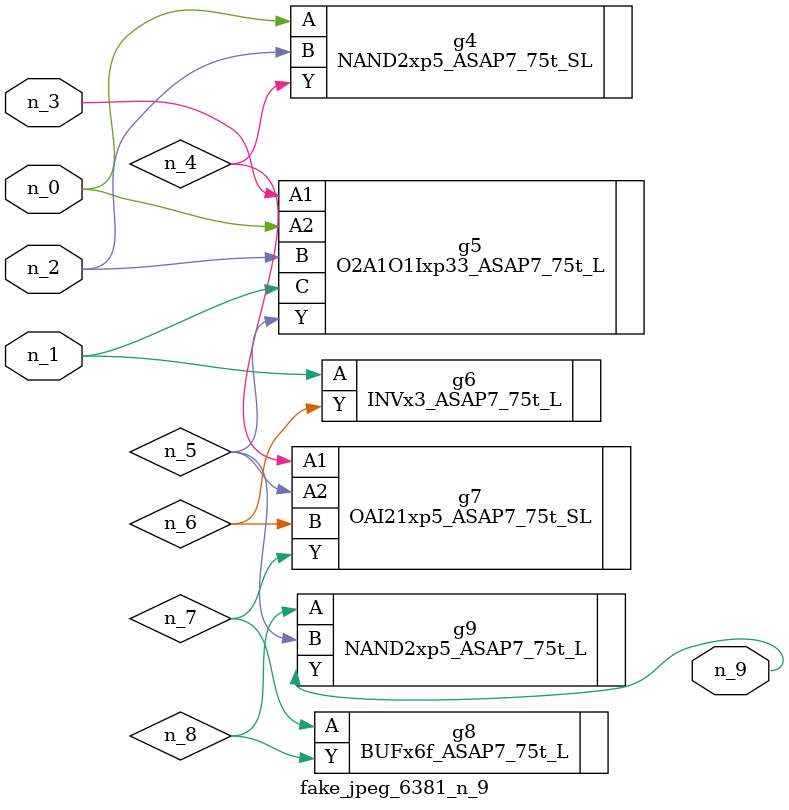
<source format=v>
module fake_jpeg_6381_n_9 (n_0, n_3, n_2, n_1, n_9);

input n_0;
input n_3;
input n_2;
input n_1;

output n_9;

wire n_4;
wire n_8;
wire n_6;
wire n_5;
wire n_7;

NAND2xp5_ASAP7_75t_SL g4 ( 
.A(n_0),
.B(n_2),
.Y(n_4)
);

O2A1O1Ixp33_ASAP7_75t_L g5 ( 
.A1(n_3),
.A2(n_0),
.B(n_2),
.C(n_1),
.Y(n_5)
);

INVx3_ASAP7_75t_L g6 ( 
.A(n_1),
.Y(n_6)
);

OAI21xp5_ASAP7_75t_SL g7 ( 
.A1(n_4),
.A2(n_5),
.B(n_6),
.Y(n_7)
);

BUFx6f_ASAP7_75t_L g8 ( 
.A(n_7),
.Y(n_8)
);

NAND2xp5_ASAP7_75t_L g9 ( 
.A(n_8),
.B(n_5),
.Y(n_9)
);


endmodule
</source>
